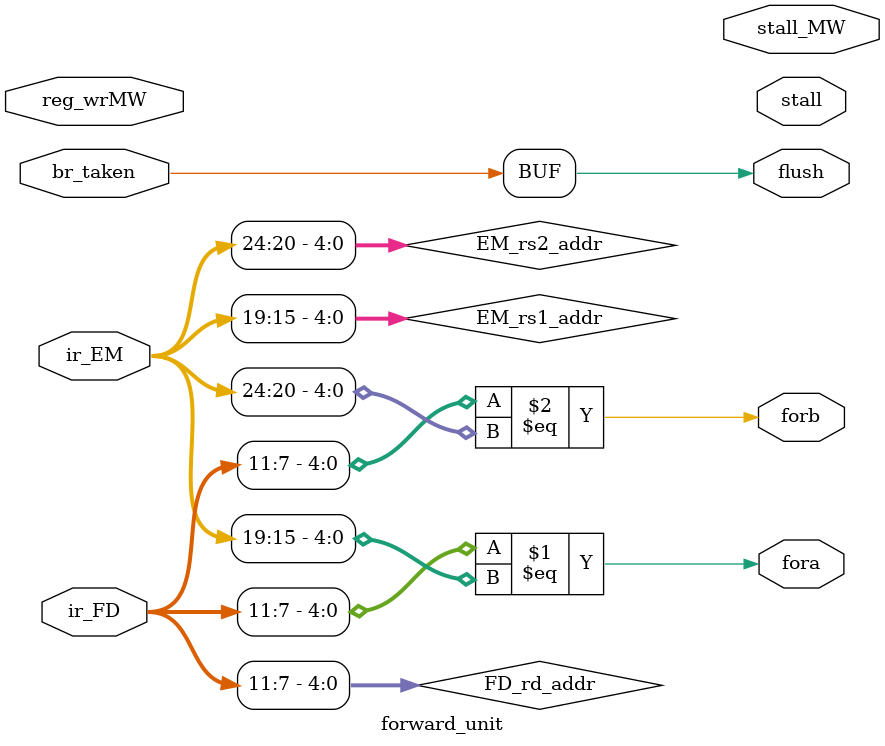
<source format=sv>
module forward_unit #(parameter Width = 32) 
    (
        input logic reg_wrMW, br_taken,
        input logic [Width-1:0] ir_FD,ir_EM,
        output logic stall,stall_MW,flush,fora,forb
    );
    
    logic [4:0] EM_rs1_addr, EM_rs2_addr,FD_rd_addr;
    assign EM_rs1_addr = ir_EM[19:15];
    assign EM_rs2_addr = ir_EM[24:20];
    assign FD_rd_addr = ir_FD[11:7];

    assign fora = (FD_rd_addr == EM_rs1_addr);
    assign forb = (FD_rd_addr == EM_rs2_addr);
    
    assign flush = br_taken;
    endmodule
    
</source>
